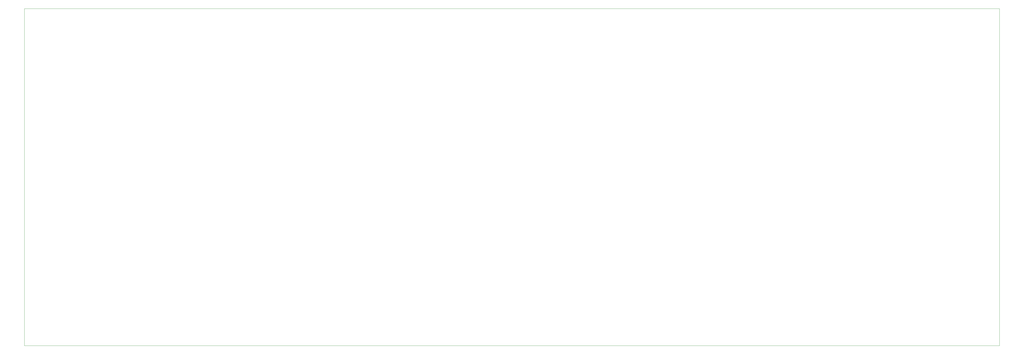
<source format=gbr>
%TF.GenerationSoftware,KiCad,Pcbnew,7.0.2*%
%TF.CreationDate,2023-04-24T23:20:51+02:00*%
%TF.ProjectId,TKL,544b4c2e-6b69-4636-9164-5f7063625858,rev?*%
%TF.SameCoordinates,Original*%
%TF.FileFunction,Profile,NP*%
%FSLAX46Y46*%
G04 Gerber Fmt 4.6, Leading zero omitted, Abs format (unit mm)*
G04 Created by KiCad (PCBNEW 7.0.2) date 2023-04-24 23:20:51*
%MOMM*%
%LPD*%
G01*
G04 APERTURE LIST*
%TA.AperFunction,Profile*%
%ADD10C,0.050000*%
%TD*%
G04 APERTURE END LIST*
D10*
X387096000Y-139192000D02*
X387096000Y-9906000D01*
X387096000Y-9906000D02*
X13970000Y-9906000D01*
X13970000Y-9906000D02*
X13970000Y-139192000D01*
X13970000Y-139192000D02*
X387096000Y-139192000D01*
M02*

</source>
